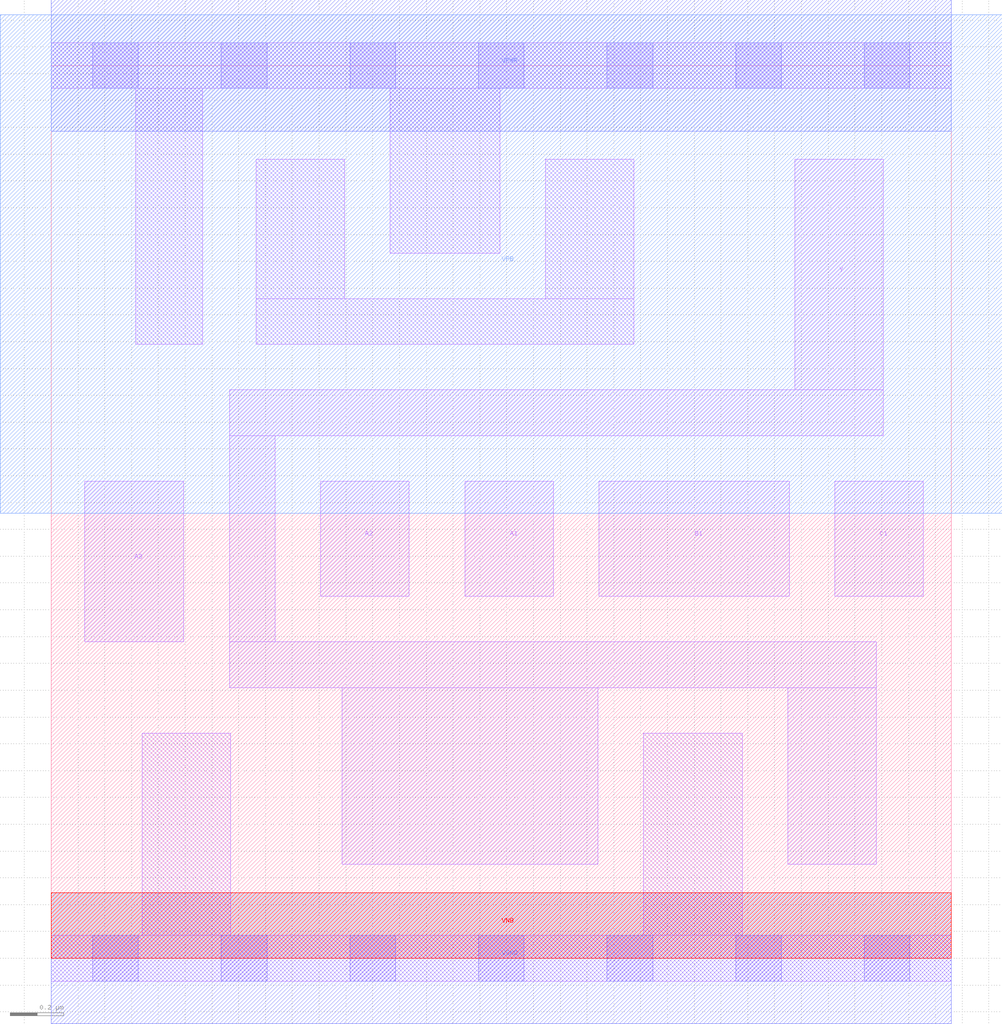
<source format=lef>
# Copyright 2020 The SkyWater PDK Authors
#
# Licensed under the Apache License, Version 2.0 (the "License");
# you may not use this file except in compliance with the License.
# You may obtain a copy of the License at
#
#     https://www.apache.org/licenses/LICENSE-2.0
#
# Unless required by applicable law or agreed to in writing, software
# distributed under the License is distributed on an "AS IS" BASIS,
# WITHOUT WARRANTIES OR CONDITIONS OF ANY KIND, either express or implied.
# See the License for the specific language governing permissions and
# limitations under the License.
#
# SPDX-License-Identifier: Apache-2.0

VERSION 5.7 ;
  NOWIREEXTENSIONATPIN ON ;
  DIVIDERCHAR "/" ;
  BUSBITCHARS "[]" ;
MACRO sky130_fd_sc_hs__a311oi_1
  CLASS CORE ;
  FOREIGN sky130_fd_sc_hs__a311oi_1 ;
  ORIGIN  0.000000  0.000000 ;
  SIZE  3.360000 BY  3.330000 ;
  SYMMETRY X Y ;
  SITE unit ;
  PIN A1
    ANTENNAGATEAREA  0.279000 ;
    DIRECTION INPUT ;
    USE SIGNAL ;
    PORT
      LAYER li1 ;
        RECT 1.545000 1.350000 1.875000 1.780000 ;
    END
  END A1
  PIN A2
    ANTENNAGATEAREA  0.279000 ;
    DIRECTION INPUT ;
    USE SIGNAL ;
    PORT
      LAYER li1 ;
        RECT 1.005000 1.350000 1.335000 1.780000 ;
    END
  END A2
  PIN A3
    ANTENNAGATEAREA  0.279000 ;
    DIRECTION INPUT ;
    USE SIGNAL ;
    PORT
      LAYER li1 ;
        RECT 0.125000 1.180000 0.495000 1.780000 ;
    END
  END A3
  PIN B1
    ANTENNAGATEAREA  0.279000 ;
    DIRECTION INPUT ;
    USE SIGNAL ;
    PORT
      LAYER li1 ;
        RECT 2.045000 1.350000 2.755000 1.780000 ;
    END
  END B1
  PIN C1
    ANTENNAGATEAREA  0.279000 ;
    DIRECTION INPUT ;
    USE SIGNAL ;
    PORT
      LAYER li1 ;
        RECT 2.925000 1.350000 3.255000 1.780000 ;
    END
  END C1
  PIN Y
    ANTENNADIFFAREA  0.792700 ;
    DIRECTION OUTPUT ;
    USE SIGNAL ;
    PORT
      LAYER li1 ;
        RECT 0.665000 1.010000 3.080000 1.180000 ;
        RECT 0.665000 1.180000 0.835000 1.950000 ;
        RECT 0.665000 1.950000 3.105000 2.120000 ;
        RECT 1.085000 0.350000 2.040000 1.010000 ;
        RECT 2.750000 0.350000 3.080000 1.010000 ;
        RECT 2.775000 2.120000 3.105000 2.980000 ;
    END
  END Y
  PIN VGND
    DIRECTION INOUT ;
    USE GROUND ;
    PORT
      LAYER met1 ;
        RECT 0.000000 -0.245000 3.360000 0.245000 ;
    END
  END VGND
  PIN VNB
    DIRECTION INOUT ;
    USE GROUND ;
    PORT
      LAYER pwell ;
        RECT 0.000000 0.000000 3.360000 0.245000 ;
    END
  END VNB
  PIN VPB
    DIRECTION INOUT ;
    USE POWER ;
    PORT
      LAYER nwell ;
        RECT -0.190000 1.660000 3.550000 3.520000 ;
    END
  END VPB
  PIN VPWR
    DIRECTION INOUT ;
    USE POWER ;
    PORT
      LAYER met1 ;
        RECT 0.000000 3.085000 3.360000 3.575000 ;
    END
  END VPWR
  OBS
    LAYER li1 ;
      RECT 0.000000 -0.085000 3.360000 0.085000 ;
      RECT 0.000000  3.245000 3.360000 3.415000 ;
      RECT 0.315000  2.290000 0.565000 3.245000 ;
      RECT 0.340000  0.085000 0.670000 0.840000 ;
      RECT 0.765000  2.290000 2.175000 2.460000 ;
      RECT 0.765000  2.460000 1.095000 2.980000 ;
      RECT 1.265000  2.630000 1.675000 3.245000 ;
      RECT 1.845000  2.460000 2.175000 2.980000 ;
      RECT 2.210000  0.085000 2.580000 0.840000 ;
    LAYER mcon ;
      RECT 0.155000 -0.085000 0.325000 0.085000 ;
      RECT 0.155000  3.245000 0.325000 3.415000 ;
      RECT 0.635000 -0.085000 0.805000 0.085000 ;
      RECT 0.635000  3.245000 0.805000 3.415000 ;
      RECT 1.115000 -0.085000 1.285000 0.085000 ;
      RECT 1.115000  3.245000 1.285000 3.415000 ;
      RECT 1.595000 -0.085000 1.765000 0.085000 ;
      RECT 1.595000  3.245000 1.765000 3.415000 ;
      RECT 2.075000 -0.085000 2.245000 0.085000 ;
      RECT 2.075000  3.245000 2.245000 3.415000 ;
      RECT 2.555000 -0.085000 2.725000 0.085000 ;
      RECT 2.555000  3.245000 2.725000 3.415000 ;
      RECT 3.035000 -0.085000 3.205000 0.085000 ;
      RECT 3.035000  3.245000 3.205000 3.415000 ;
  END
END sky130_fd_sc_hs__a311oi_1
END LIBRARY

</source>
